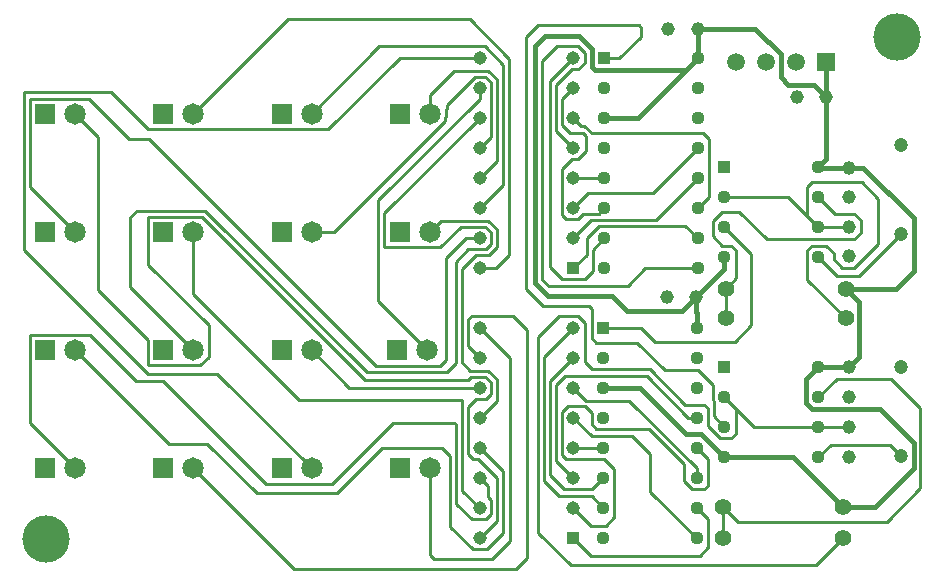
<source format=gtl>
G04*
G04 #@! TF.GenerationSoftware,Altium Limited,Altium Designer,22.8.2 (66)*
G04*
G04 Layer_Physical_Order=1*
G04 Layer_Color=255*
%FSLAX25Y25*%
%MOIN*%
G70*
G04*
G04 #@! TF.SameCoordinates,5B850A69-A84A-478A-A9FA-D5DC90572E9C*
G04*
G04*
G04 #@! TF.FilePolarity,Positive*
G04*
G01*
G75*
%ADD13C,0.01000*%
%ADD26C,0.01500*%
%ADD27C,0.15748*%
%ADD28C,0.05937*%
%ADD29R,0.05937X0.05937*%
%ADD30C,0.04449*%
%ADD31R,0.04449X0.04449*%
%ADD32C,0.05512*%
%ADD33C,0.04528*%
%ADD34C,0.04724*%
%ADD35R,0.04488X0.04488*%
%ADD36C,0.04488*%
%ADD37R,0.07146X0.07146*%
%ADD38C,0.07146*%
D13*
X295158Y190945D02*
X369245D01*
X261693Y224409D02*
X295158Y190945D01*
X369245D02*
X372900Y194600D01*
X459961Y314843D02*
X466200Y308603D01*
X442500Y244272D02*
X448701Y238071D01*
X330381Y361181D02*
X357087D01*
X306600Y337400D02*
X330381Y361181D01*
X246600Y337400D02*
X306600D01*
X234200Y349800D02*
X246600Y337400D01*
X205200Y349800D02*
X234200D01*
X205200Y297124D02*
Y349800D01*
Y297124D02*
X246384Y255939D01*
X269533D01*
X301063Y224409D01*
X323360Y280081D02*
X339661Y263780D01*
X323360Y280081D02*
Y313706D01*
X357087Y347433D01*
Y351181D01*
X301063Y303150D02*
X308650D01*
X345500Y340000D01*
X346100Y345490D01*
X355536Y354925D01*
X359000D01*
X360831Y353095D01*
Y334925D02*
Y353095D01*
X357087Y331181D02*
X360831Y334925D01*
X340433Y342520D02*
Y348801D01*
X348557Y356925D01*
X360000D01*
X362831Y354095D01*
Y326925D02*
Y354095D01*
X357087Y321181D02*
X362831Y326925D01*
X301063Y342520D02*
X323543Y365000D01*
X358756D01*
X364831Y358925D01*
Y318925D02*
Y358925D01*
X357087Y311181D02*
X364831Y318925D01*
X222323Y263780D02*
X253502Y232600D01*
X266329D01*
X282936Y215993D01*
X309568D01*
X324587Y231012D01*
X344688D01*
X347342Y228358D01*
Y204858D02*
Y228358D01*
Y204858D02*
X354800Y197400D01*
X359400D01*
X364831Y202831D01*
Y223476D01*
X357087Y231220D02*
X364831Y223476D01*
X493953Y232228D02*
X497638Y228543D01*
X474118Y232228D02*
X493953D01*
X469961Y228071D02*
X474118Y232228D01*
X388347Y291181D02*
X392800Y295635D01*
Y301100D01*
X396900Y305200D01*
X425587D01*
X429803Y300984D01*
X416019Y307200D02*
X429803Y320984D01*
X394365Y307200D02*
X416019D01*
X388347Y301181D02*
X394365Y307200D01*
X388347Y341181D02*
X390901Y338626D01*
X392014D01*
X394640Y336000D01*
X431600D01*
X433600Y334000D01*
Y314781D02*
Y334000D01*
X429803Y310984D02*
X433600Y314781D01*
X396759Y309200D02*
X398543Y310984D01*
X391700Y309200D02*
X396759D01*
X389900Y307400D02*
X391700Y309200D01*
X386000Y307400D02*
X389900D01*
X384600Y308800D02*
X386000Y307400D01*
X384600Y308800D02*
Y324000D01*
X388000Y327400D01*
X390000D01*
X392600Y330000D01*
Y335200D01*
X391600Y336200D02*
X392600Y335200D01*
X387200Y336200D02*
X391600D01*
X384602Y338798D02*
X387200Y336200D01*
X384602Y338798D02*
Y347437D01*
X388347Y351181D01*
Y211220D02*
X394267Y205300D01*
X399200D01*
X401900Y208000D01*
Y224000D01*
X398424Y227476D02*
X401900Y224000D01*
X386000Y227476D02*
X398424D01*
X384602Y228874D02*
X386000Y227476D01*
X384602Y228874D02*
Y243002D01*
X386600Y245000D01*
X392100D01*
X394400Y242700D01*
Y239000D02*
Y242700D01*
Y239000D02*
X396000Y237400D01*
X413600D01*
X425300Y225700D01*
Y220000D02*
Y225700D01*
Y220000D02*
X427900Y217400D01*
X432000D01*
X433200Y218600D01*
Y227430D01*
X429410Y231220D02*
X433200Y227430D01*
X380602Y253476D02*
X388347Y261220D01*
X380602Y221998D02*
Y253476D01*
Y221998D02*
X385124Y217476D01*
X394405D01*
X398150Y221220D01*
X466200Y308603D02*
X469961Y304843D01*
X466200Y308603D02*
Y318000D01*
X467900Y319700D01*
X484500D01*
X489900Y314300D01*
Y299200D02*
Y314300D01*
X482000Y291300D02*
X489900Y299200D01*
X477800Y291300D02*
X482000D01*
X475100Y294000D02*
X477800Y291300D01*
X475100Y294000D02*
Y296000D01*
X472500Y298600D02*
X475100Y296000D01*
X467800Y298600D02*
X472500D01*
X466200Y297000D02*
X467800Y298600D01*
X466200Y287304D02*
Y297000D01*
Y287304D02*
X479095Y274409D01*
X438701Y314843D02*
X459961D01*
X426500Y241220D02*
X429410D01*
X412720Y255000D02*
X426500Y241220D01*
X385600Y255000D02*
X412720D01*
X382602Y252002D02*
X385600Y255000D01*
X382602Y226965D02*
Y252002D01*
Y226965D02*
X388347Y221220D01*
X398543Y360984D02*
X403684D01*
X411000Y368300D01*
Y371300D01*
X410300Y372000D02*
X411000Y371300D01*
X376500Y372000D02*
X410300D01*
X372614Y368114D02*
X376500Y372000D01*
X372614Y284000D02*
Y368114D01*
Y284000D02*
X378217Y278397D01*
X393637D01*
X394400Y277634D01*
Y267900D02*
Y277634D01*
Y267900D02*
X396000Y266300D01*
X409700D01*
X419000Y257000D01*
X430000D01*
X434900Y252100D01*
Y247179D02*
Y252100D01*
Y247179D02*
X435134Y246945D01*
Y241638D02*
Y246945D01*
Y241638D02*
X438701Y238071D01*
X378602Y261476D02*
X388347Y271220D01*
X378602Y220000D02*
Y261476D01*
Y220000D02*
X383602Y215000D01*
X394370D01*
X398150Y211220D01*
X469047Y192000D02*
X478268Y201220D01*
X387500Y192000D02*
X469047D01*
X376600Y202900D02*
X387500Y192000D01*
X376600Y202900D02*
Y268000D01*
X383600Y275000D01*
X390000D01*
X392100Y272900D01*
Y259700D02*
Y272900D01*
Y259700D02*
X394400Y257400D01*
X413800D01*
X425700Y245500D01*
X432000D01*
X433134Y244366D01*
Y238370D02*
Y244366D01*
Y238370D02*
X437158Y234346D01*
X441000D01*
X442500Y235846D01*
Y244272D01*
X438701Y248071D02*
X442500Y244272D01*
X483679Y288600D02*
X497638Y302559D01*
X476203Y288600D02*
X483679D01*
X469961Y294843D02*
X476203Y288600D01*
X469961Y248071D02*
X476190Y254300D01*
X494300D01*
X504000Y244600D01*
Y217800D02*
Y244600D01*
X492800Y206600D02*
X504000Y217800D01*
X443085Y206600D02*
X492800D01*
X438268Y211417D02*
X443085Y206600D01*
X412284Y290984D02*
X429803D01*
X406400Y285100D02*
X412284Y290984D01*
X380100Y285100D02*
X406400D01*
X377900Y287300D02*
X380100Y285100D01*
X377900Y287300D02*
Y360000D01*
X382900Y365000D01*
X390000D01*
X392091Y362909D01*
Y359491D02*
Y362909D01*
X390000Y357400D02*
X392091Y359491D01*
X388000Y357400D02*
X390000D01*
X382602Y352002D02*
X388000Y357400D01*
X382602Y336925D02*
Y352002D01*
Y336925D02*
X388347Y331181D01*
X394800Y297241D02*
X398543Y300984D01*
X394800Y290000D02*
Y297241D01*
X392200Y287400D02*
X394800Y290000D01*
X384600Y287400D02*
X392200D01*
X380602Y291398D02*
X384600Y287400D01*
X380602Y291398D02*
Y353437D01*
X388347Y361181D01*
X398150Y271220D02*
X410980D01*
X415600Y266600D01*
X442200D01*
X447600Y272000D01*
Y295944D01*
X438701Y304843D02*
X447600Y295944D01*
X414000Y216630D02*
X429410Y201220D01*
X414000Y216630D02*
Y229000D01*
X408000Y235000D02*
X414000Y229000D01*
X394567Y235000D02*
X408000D01*
X388347Y241220D02*
X394567Y235000D01*
X429410Y211220D02*
X433200Y207430D01*
Y198000D02*
Y207430D01*
X430400Y195200D02*
X433200Y198000D01*
X394367Y195200D02*
X430400D01*
X388347Y201220D02*
X394367Y195200D01*
X340433Y195467D02*
Y224409D01*
Y195467D02*
X341900Y194000D01*
X361200D01*
X367200Y200000D01*
Y261107D01*
X357087Y271220D02*
X367200Y261107D01*
X439095Y284252D02*
X442500Y287657D01*
Y297100D01*
X441000Y298600D02*
X442500Y297100D01*
X438000Y298600D02*
X441000D01*
X434900Y301700D02*
X438000Y298600D01*
X434900Y301700D02*
Y306800D01*
X438000Y309900D01*
X443700D01*
X452800Y300800D01*
X482000D01*
X484100Y302900D01*
Y307100D01*
X482000Y309200D02*
X484100Y307100D01*
X475603Y309200D02*
X482000D01*
X469961Y314843D02*
X475603Y309200D01*
X357087Y241220D02*
X362831Y246965D01*
Y254134D01*
X360000Y256965D02*
X362831Y254134D01*
X354035Y256965D02*
X360000D01*
X351300Y259700D02*
X354035Y256965D01*
X351300Y259700D02*
Y290737D01*
X356000Y295437D01*
X360268D01*
X362831Y298000D01*
Y304095D01*
X360000Y306925D02*
X362831Y304095D01*
X344209Y306925D02*
X360000D01*
X340433Y303150D02*
X344209Y306925D01*
X352611Y301181D02*
X357087D01*
X346000Y294571D02*
X352611Y301181D01*
X346000Y260500D02*
Y294571D01*
X344000Y258500D02*
X346000Y260500D01*
X322700Y258500D02*
X344000D01*
X246900Y334300D02*
X322700Y258500D01*
X240100Y334300D02*
X246900D01*
X226800Y347600D02*
X240100Y334300D01*
X207200Y347600D02*
X226800D01*
X207200Y318272D02*
Y347600D01*
Y318272D02*
X222323Y303150D01*
X357087Y201220D02*
X362831Y206965D01*
Y221169D01*
X356500Y227500D02*
X362831Y221169D01*
X354842Y227500D02*
X356500D01*
X353342Y229000D02*
X354842Y227500D01*
X353342Y229000D02*
Y244819D01*
X356000Y247476D01*
X359307D01*
X360831Y249000D01*
Y253134D01*
X359000Y254965D02*
X360831Y253134D01*
X354365Y254965D02*
X359000D01*
X353300Y253900D02*
X354365Y254965D01*
X319000Y253900D02*
X353300D01*
X264677Y308223D02*
X319000Y253900D01*
X246600Y308223D02*
X264677D01*
X246600Y292300D02*
Y308223D01*
Y292300D02*
X266800Y272100D01*
Y261500D02*
Y272100D01*
X264000Y258700D02*
X266800Y261500D01*
X246600Y258700D02*
X264000D01*
X246600D02*
Y267100D01*
X230000Y283700D02*
X246600Y267100D01*
X230000Y283700D02*
Y334842D01*
X222323Y342520D02*
X230000Y334842D01*
X240600Y284873D02*
X261693Y263780D01*
X240600Y284873D02*
Y308000D01*
X242900Y310300D01*
X265600D01*
X319400Y256500D01*
X346300D01*
X349200Y259400D01*
Y293300D01*
X353337Y297437D01*
X359268D01*
X360831Y299000D01*
Y303095D01*
X359000Y304925D02*
X360831Y303095D01*
X350849Y304925D02*
X359000D01*
X344000Y298077D02*
X350849Y304925D01*
X325360Y298077D02*
X344000D01*
X325360D02*
Y309455D01*
X357087Y341181D01*
X313622Y251220D02*
X357087D01*
X301063Y263780D02*
X313622Y251220D01*
X351342Y216965D02*
X357087Y211220D01*
X351342Y216965D02*
Y246965D01*
X351078Y247229D02*
X351342Y246965D01*
X296771Y247229D02*
X351078D01*
X261693Y282307D02*
X296771Y247229D01*
X261693Y282307D02*
Y303150D01*
X357087Y221220D02*
X359831Y218476D01*
Y214900D02*
Y218476D01*
Y214900D02*
X360831Y213900D01*
Y209000D02*
Y213900D01*
X359231Y207400D02*
X360831Y209000D01*
X354400Y207400D02*
X359231D01*
X349342Y212458D02*
X354400Y207400D01*
X349342Y212458D02*
Y238965D01*
X348807Y239500D02*
X349342Y238965D01*
X328100Y239500D02*
X348807D01*
X307900Y219300D02*
X328100Y239500D01*
X285900Y219300D02*
X307900D01*
X251700Y253500D02*
X285900Y219300D01*
X242577Y253500D02*
X251700D01*
X227177Y268900D02*
X242577Y253500D01*
X207200Y268900D02*
X227177D01*
X207200Y239532D02*
Y268900D01*
Y239532D02*
X222323Y224409D01*
X261693Y342520D02*
X293173Y374000D01*
X353756D01*
X366831Y360925D01*
Y295331D02*
Y360925D01*
X362681Y291181D02*
X366831Y295331D01*
X357087Y291181D02*
X362681D01*
X429410Y221220D02*
Y224490D01*
X406935Y246965D02*
X429410Y224490D01*
X392602Y246965D02*
X406935D01*
X388347Y251220D02*
X392602Y246965D01*
X353300Y265007D02*
X357087Y261220D01*
X353300Y265007D02*
Y274000D01*
X354400Y275100D01*
X368200D01*
X372900Y270400D01*
Y194600D02*
Y270400D01*
X448701Y238071D02*
X469961D01*
X414819Y316000D02*
X429803Y330984D01*
X393165Y316000D02*
X414819D01*
X388347Y311181D02*
X393165Y316000D01*
X439095Y274409D02*
Y284252D01*
X438268Y201220D02*
Y211417D01*
X393497Y320984D02*
X398543D01*
X393300Y321181D02*
X393497Y320984D01*
X388347Y321181D02*
X393300D01*
X388347Y231220D02*
X398150D01*
X475079Y304921D02*
X480315D01*
X475000Y304843D02*
X475079Y304921D01*
X469961Y304843D02*
X475000D01*
X475079Y237992D02*
X480315D01*
X475000Y238071D02*
X475079Y237992D01*
X469961Y238071D02*
X475000D01*
D26*
X472417Y348253D02*
X472638Y348032D01*
X472417Y348253D02*
Y359862D01*
X469961Y324843D02*
X470197Y324606D01*
X480315D01*
X409803Y340984D02*
X425819Y357000D01*
X461614Y228071D02*
X478268Y211417D01*
X438701Y228071D02*
X461614D01*
X429331Y281496D02*
X438701Y290866D01*
Y294843D01*
X468569Y352100D02*
X472638Y348032D01*
X460000Y352100D02*
X468569D01*
X457400Y354700D02*
X460000Y352100D01*
X457400Y354700D02*
Y362500D01*
X449034Y370866D02*
X457400Y362500D01*
X429724Y370866D02*
X449034D01*
X472638Y327519D02*
Y348032D01*
X469961Y324843D02*
X472638Y327519D01*
X398150Y251220D02*
X410470D01*
X425902Y235789D01*
X430983D01*
X438701Y228071D01*
X479095Y284252D02*
X483700Y279647D01*
Y261456D02*
Y279647D01*
X480315Y258071D02*
X483700Y261456D01*
X480315Y324606D02*
X484894D01*
X501800Y307700D01*
Y290300D02*
Y307700D01*
X495752Y284252D02*
X501800Y290300D01*
X479095Y284252D02*
X495752D01*
X478268Y211417D02*
X488767D01*
X501750Y224400D01*
Y232700D01*
X490450Y244000D02*
X501750Y232700D01*
X467900Y244000D02*
X490450D01*
X465900Y246000D02*
X467900Y244000D01*
X465900Y246000D02*
Y254010D01*
X469961Y258071D01*
X425819Y357000D02*
X429803Y360984D01*
X395500Y357000D02*
X425819D01*
X394500Y358000D02*
X395500Y357000D01*
X394500Y358000D02*
Y364000D01*
X390100Y368400D02*
X394500Y364000D01*
X378800Y368400D02*
X390100D01*
X375600Y365200D02*
X378800Y368400D01*
X375600Y286200D02*
Y365200D01*
Y286200D02*
X380000Y281800D01*
X401100D01*
X406200Y276700D01*
X424535D01*
X429331Y281496D01*
X398543Y340984D02*
X409803D01*
X429331Y276379D02*
Y281496D01*
Y276379D02*
X429410Y276300D01*
Y271220D02*
Y276300D01*
X429724Y365879D02*
Y370866D01*
Y365879D02*
X429803Y365800D01*
Y360984D02*
Y365800D01*
X469961Y258071D02*
X480315D01*
D27*
X496063Y368110D02*
D03*
X212598Y200787D02*
D03*
D28*
X442417Y359862D02*
D03*
X452417D02*
D03*
X462417D02*
D03*
D29*
X472417D02*
D03*
D30*
X469961Y258071D02*
D03*
Y248071D02*
D03*
Y238071D02*
D03*
Y228071D02*
D03*
X438701D02*
D03*
Y238071D02*
D03*
Y248071D02*
D03*
X469961Y324843D02*
D03*
Y314843D02*
D03*
Y304843D02*
D03*
Y294843D02*
D03*
X438701D02*
D03*
Y304843D02*
D03*
Y314843D02*
D03*
X398543Y350984D02*
D03*
Y340984D02*
D03*
Y330984D02*
D03*
Y320984D02*
D03*
Y310984D02*
D03*
Y300984D02*
D03*
Y290984D02*
D03*
X429803D02*
D03*
Y300984D02*
D03*
Y310984D02*
D03*
Y320984D02*
D03*
Y330984D02*
D03*
Y340984D02*
D03*
Y350984D02*
D03*
Y360984D02*
D03*
X429410Y271220D02*
D03*
Y261220D02*
D03*
Y251220D02*
D03*
Y241220D02*
D03*
Y231220D02*
D03*
Y221220D02*
D03*
Y211220D02*
D03*
Y201220D02*
D03*
X398150D02*
D03*
Y211220D02*
D03*
Y221220D02*
D03*
Y231220D02*
D03*
Y241220D02*
D03*
Y251220D02*
D03*
Y261220D02*
D03*
D31*
X438701Y258071D02*
D03*
Y324843D02*
D03*
X398543Y360984D02*
D03*
X398150Y271220D02*
D03*
D32*
X479095Y274409D02*
D03*
X439095D02*
D03*
Y284252D02*
D03*
X479095D02*
D03*
X478268Y201220D02*
D03*
X438268D02*
D03*
Y211417D02*
D03*
X478268D02*
D03*
D33*
X462795Y348032D02*
D03*
X472638D02*
D03*
X480315Y295079D02*
D03*
Y304921D02*
D03*
Y314764D02*
D03*
Y324606D02*
D03*
Y248228D02*
D03*
Y258071D02*
D03*
Y228150D02*
D03*
Y237992D02*
D03*
X429331Y281496D02*
D03*
X419488D02*
D03*
X429724Y370866D02*
D03*
X419882D02*
D03*
D34*
X497638Y302559D02*
D03*
Y332087D02*
D03*
X497638Y228543D02*
D03*
Y258071D02*
D03*
D35*
X388347Y291181D02*
D03*
Y201220D02*
D03*
D36*
Y301181D02*
D03*
Y311181D02*
D03*
Y321181D02*
D03*
Y331181D02*
D03*
Y341181D02*
D03*
Y351181D02*
D03*
Y361181D02*
D03*
X357087D02*
D03*
Y351181D02*
D03*
Y341181D02*
D03*
Y331181D02*
D03*
Y321181D02*
D03*
Y311181D02*
D03*
Y301181D02*
D03*
Y291181D02*
D03*
Y201220D02*
D03*
Y211220D02*
D03*
Y221220D02*
D03*
Y231220D02*
D03*
Y241220D02*
D03*
Y251220D02*
D03*
Y261220D02*
D03*
Y271220D02*
D03*
X388347D02*
D03*
Y261220D02*
D03*
Y251220D02*
D03*
Y241220D02*
D03*
Y231220D02*
D03*
Y221220D02*
D03*
Y211220D02*
D03*
D37*
X330433Y224409D02*
D03*
X291063D02*
D03*
X251693D02*
D03*
X329661Y263780D02*
D03*
X291063D02*
D03*
X251693D02*
D03*
X330433Y303150D02*
D03*
X291063D02*
D03*
X212323Y263780D02*
D03*
X330433Y342520D02*
D03*
X212323Y224409D02*
D03*
X291063Y342520D02*
D03*
X251693Y303150D02*
D03*
X212323D02*
D03*
Y342520D02*
D03*
X251693D02*
D03*
D38*
X340433Y224409D02*
D03*
X301063D02*
D03*
X261693D02*
D03*
X339661Y263780D02*
D03*
X301063D02*
D03*
X261693D02*
D03*
X340433Y303150D02*
D03*
X301063D02*
D03*
X222323Y263780D02*
D03*
X340433Y342520D02*
D03*
X222323Y224409D02*
D03*
X301063Y342520D02*
D03*
X261693Y303150D02*
D03*
X222323D02*
D03*
Y342520D02*
D03*
X261693D02*
D03*
M02*

</source>
